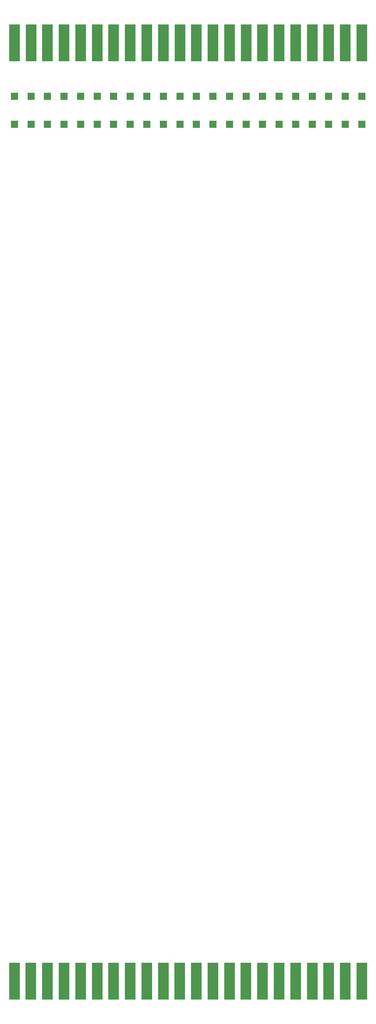
<source format=gbr>
%TF.GenerationSoftware,KiCad,Pcbnew,8.0.2*%
%TF.CreationDate,2024-05-25T16:22:06+02:00*%
%TF.ProjectId,Extender_44pin,45787465-6e64-4657-925f-343470696e2e,rev?*%
%TF.SameCoordinates,Original*%
%TF.FileFunction,Soldermask,Top*%
%TF.FilePolarity,Negative*%
%FSLAX46Y46*%
G04 Gerber Fmt 4.6, Leading zero omitted, Abs format (unit mm)*
G04 Created by KiCad (PCBNEW 8.0.2) date 2024-05-25 16:22:06*
%MOMM*%
%LPD*%
G01*
G04 APERTURE LIST*
%ADD10R,1.700000X1.700000*%
%ADD11R,2.600000X8.800000*%
G04 APERTURE END LIST*
D10*
%TO.C,J46*%
X189860000Y-58970000D03*
%TD*%
%TO.C,J45*%
X185900000Y-58970000D03*
%TD*%
%TO.C,J44*%
X189860000Y-65680000D03*
%TD*%
%TO.C,J43*%
X185900000Y-65680000D03*
%TD*%
%TO.C,J42*%
X181940000Y-65680000D03*
%TD*%
%TO.C,J41*%
X177980000Y-65680000D03*
%TD*%
%TO.C,J40*%
X174020000Y-65680000D03*
%TD*%
%TO.C,J39*%
X170060000Y-65680000D03*
%TD*%
%TO.C,J38*%
X166100000Y-65680000D03*
%TD*%
%TO.C,J37*%
X162140000Y-65680000D03*
%TD*%
%TO.C,J36*%
X158180000Y-65680000D03*
%TD*%
%TO.C,J35*%
X154220000Y-65680000D03*
%TD*%
%TO.C,J34*%
X150260000Y-65680000D03*
%TD*%
%TO.C,J33*%
X146300000Y-65680000D03*
%TD*%
%TO.C,J32*%
X142340000Y-65680000D03*
%TD*%
%TO.C,J31*%
X138380000Y-65680000D03*
%TD*%
%TO.C,J30*%
X134420000Y-65680000D03*
%TD*%
%TO.C,J29*%
X130460000Y-65680000D03*
%TD*%
%TO.C,J28*%
X126500000Y-65680000D03*
%TD*%
%TO.C,J27*%
X122540000Y-65680000D03*
%TD*%
%TO.C,J26*%
X118580000Y-65680000D03*
%TD*%
%TO.C,J25*%
X114620000Y-65680000D03*
%TD*%
%TO.C,J24*%
X110660000Y-65680000D03*
%TD*%
%TO.C,J23*%
X106700000Y-65680000D03*
%TD*%
%TO.C,J22*%
X181940000Y-58970000D03*
%TD*%
%TO.C,J21*%
X177980000Y-58970000D03*
%TD*%
%TO.C,J20*%
X174020000Y-58970000D03*
%TD*%
%TO.C,J19*%
X170060000Y-58970000D03*
%TD*%
%TO.C,J18*%
X166100000Y-58970000D03*
%TD*%
%TO.C,J17*%
X162140000Y-58970000D03*
%TD*%
%TO.C,J16*%
X158180000Y-58970000D03*
%TD*%
%TO.C,J15*%
X154220000Y-58970000D03*
%TD*%
%TO.C,J14*%
X150260000Y-58970000D03*
%TD*%
%TO.C,J13*%
X146300000Y-58970000D03*
%TD*%
%TO.C,J12*%
X142340000Y-58970000D03*
%TD*%
%TO.C,J11*%
X138380000Y-58970000D03*
%TD*%
%TO.C,J10*%
X134420000Y-58970000D03*
%TD*%
%TO.C,J9*%
X130460000Y-58970000D03*
%TD*%
%TO.C,J8*%
X126500000Y-58970000D03*
%TD*%
%TO.C,J7*%
X122540000Y-58970000D03*
%TD*%
%TO.C,J6*%
X118580000Y-58970000D03*
%TD*%
%TO.C,J5*%
X114620000Y-58970000D03*
%TD*%
%TO.C,J4*%
X110660000Y-58970000D03*
%TD*%
%TO.C,J3*%
X106700000Y-58970000D03*
%TD*%
D11*
%TO.C,J2*%
X106690000Y-270560000D03*
X110650000Y-270560000D03*
X114610000Y-270560000D03*
X118570000Y-270560000D03*
X122530000Y-270560000D03*
X126490000Y-270560000D03*
X130450000Y-270560000D03*
X134410000Y-270560000D03*
X138370000Y-270560000D03*
X142330000Y-270560000D03*
X146290000Y-270560000D03*
X150250000Y-270560000D03*
X154210000Y-270560000D03*
X158170000Y-270560000D03*
X162130000Y-270560000D03*
X166090000Y-270560000D03*
X170050000Y-270560000D03*
X174010000Y-270560000D03*
X177970000Y-270560000D03*
X181930000Y-270560000D03*
X185890000Y-270560000D03*
X189850000Y-270560000D03*
%TD*%
%TO.C,J1*%
X106700000Y-46140000D03*
X110660000Y-46140000D03*
X114620000Y-46140000D03*
X118580000Y-46140000D03*
X122540000Y-46140000D03*
X126500000Y-46140000D03*
X130460000Y-46140000D03*
X134420000Y-46140000D03*
X138380000Y-46140000D03*
X142340000Y-46140000D03*
X146300000Y-46140000D03*
X150260000Y-46140000D03*
X154220000Y-46140000D03*
X158180000Y-46140000D03*
X162140000Y-46140000D03*
X166100000Y-46140000D03*
X170060000Y-46140000D03*
X174020000Y-46140000D03*
X177980000Y-46140000D03*
X181940000Y-46140000D03*
X185900000Y-46140000D03*
X189860000Y-46140000D03*
%TD*%
M02*

</source>
